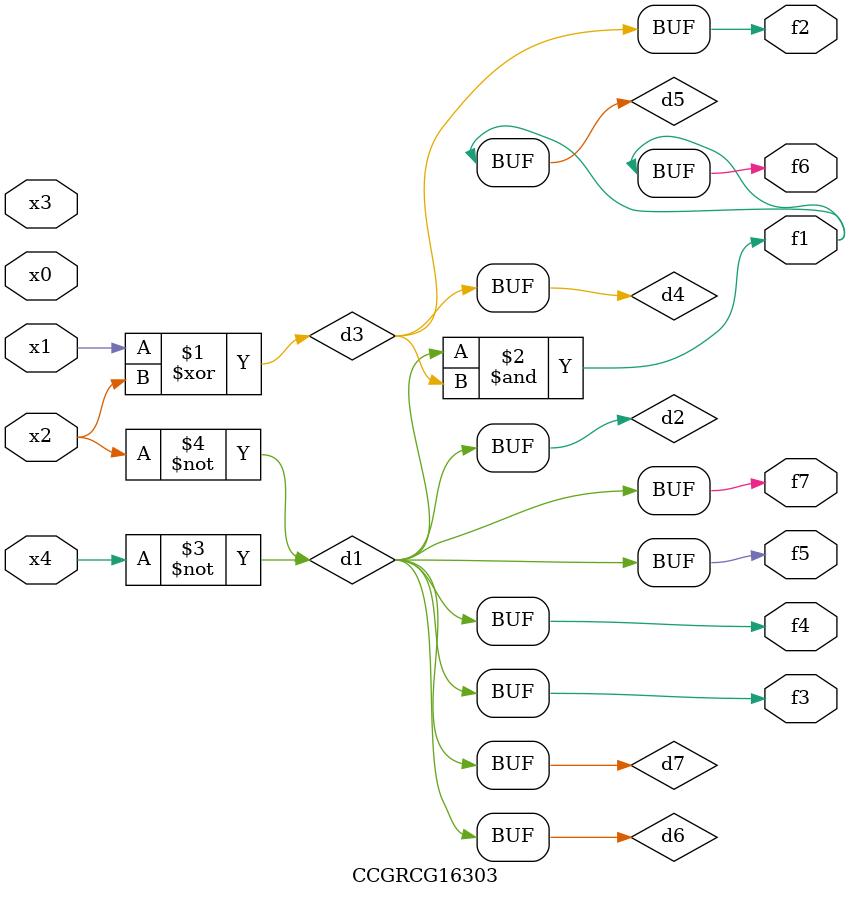
<source format=v>
module CCGRCG16303(
	input x0, x1, x2, x3, x4,
	output f1, f2, f3, f4, f5, f6, f7
);

	wire d1, d2, d3, d4, d5, d6, d7;

	not (d1, x4);
	not (d2, x2);
	xor (d3, x1, x2);
	buf (d4, d3);
	and (d5, d1, d3);
	buf (d6, d1, d2);
	buf (d7, d2);
	assign f1 = d5;
	assign f2 = d4;
	assign f3 = d7;
	assign f4 = d7;
	assign f5 = d7;
	assign f6 = d5;
	assign f7 = d7;
endmodule

</source>
